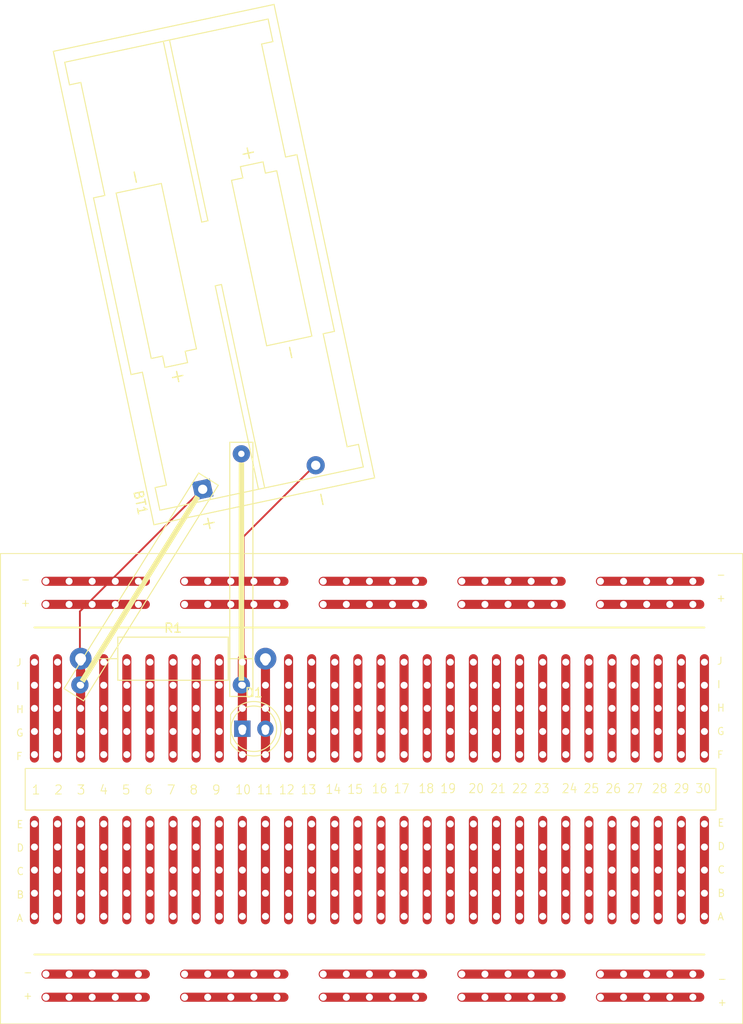
<source format=kicad_pcb>
(kicad_pcb (version 20240108) (generator "pcbnew") (generator_version "8.0")
  (layers (0 "F.Cu" signal) (31 "B.Cu" signal) (34 "B.Paste" user) (35 "F.Paste" user) (36 "B.SilkS" user "B.Silkscreen") (37 "F.SilkS" user "F.Silkscreen") (38 "B.Mask" user) (39 "F.Mask" user) (44 "Edge.Cuts" user))
  (net 0 "")
  (net 1 "Net-(BT1-+)")
  (net 2 "Net-(BT1--)")
  (net 3 "Net-(D1-A)")
  (footprint "Battery:BatteryHolder_Keystone_2468_2xAAA" (layer "F.Cu") (at 119 85 102)
    (property "Reference" "BT1")
    (property "Value" "3.0V")
  )
  (footprint "~BreadBoard:Jumper-Wire_25mm_Blue" (layer "F.Cu") (at 123.25 106.5 90)
    (property "Reference" "REF**" (hide yes))
    (property "Value" "Jumper-Wire_25mm_Blue")
  )
  (footprint "~BreadBoard:Jumper-Wire_25mm_Blue" (layer "F.Cu") (at 105.5 106.5 58)
    (property "Reference" "REF**" (hide yes))
    (property "Value" "Jumper-Wire_25mm_Blue")
  )
  (footprint "LED_THT:LED_D5.0mm_Clear" (layer "F.Cu") (at 123.356363 111.318059)
    (property "Reference" "D1")
    (property "Value" "LED")
  )
  (footprint "Resistor_THT:R_Axial_DIN0414_L11.9mm_D4.5mm_P20.32mm_Horizontal" (layer "F.Cu") (at 105.58 103.619)
    (property "Reference" "R1")
    (property "Value" "330R")
  )
  (footprint "~BreadBoard:BB_81x53" (layer "F.Cu") (at 100.5 104)
    (property "Reference" "REF**" (hide yes))
    (property "Value" "BB_81x53")
  )
  (segment (start 105.5 106.5) (end 105.5 104.08) (width 0.2) (layer "F.Cu") (net 1))
  (segment (start 105.5 106.5) (end 105.5 98.419528) (width 0.2) (layer "F.Cu") (net 1))
  (segment (start 105.5 98.419528) (end 118.959948 84.95958) (width 0.2) (layer "F.Cu") (net 1))
  (segment (start 105.5 104.08) (end 105.58 104) (width 0.2) (layer "F.Cu") (net 1))
  (segment (start 123.46 106.54) (end 123.5 106.5) (width 0.2) (layer "F.Cu") (net 2))
  (segment (start 123.3 111.261696) (end 123.3 106.85) (width 0.2) (layer "F.Cu") (net 2))
  (segment (start 123.5 106.5) (end 123.5 90.192196) (width 0.2) (layer "F.Cu") (net 2))
  (segment (start 123.5 90.192196) (end 131.349031 82.343165) (width 0.2) (layer "F.Cu") (net 2))
  (segment (start 123.356363 111.318059) (end 123.3 111.261696) (width 0.2) (layer "F.Cu") (net 2))
  (segment (start 123.36 106.54) (end 123.46 106.54) (width 0.2) (layer "F.Cu") (net 2))
  (segment (start 125.9 111.314422) (end 125.9 103.619) (width 0.2) (layer "F.Cu") (net 3))
  (segment (start 125.896363 111.318059) (end 125.9 111.314422) (width 0.2) (layer "F.Cu") (net 3))
)
</source>
